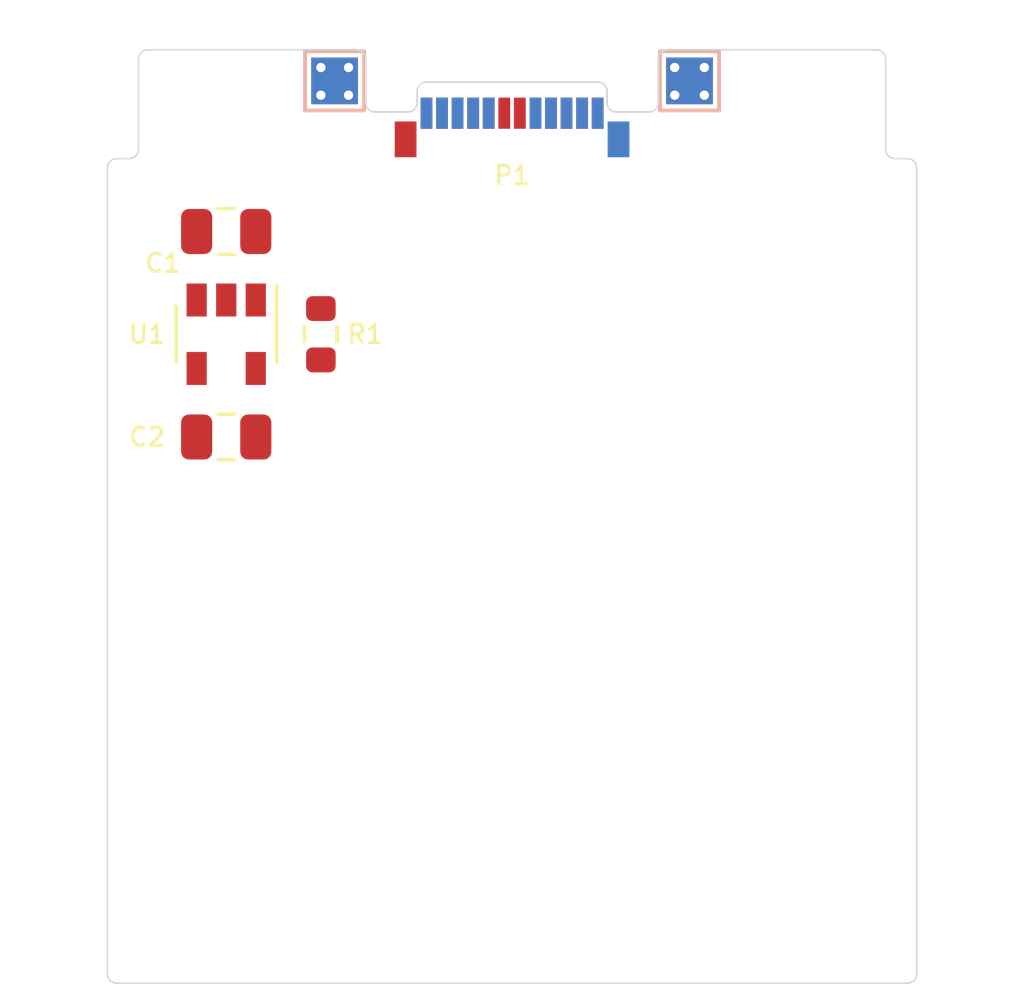
<source format=kicad_pcb>
(kicad_pcb (version 20211014) (generator pcbnew)
  (title_block (title "Expansion Card Template") (rev "X1") (company "Framework") (comment 1 "This work is licensed under a Creative Commons Attribution 4.0 International License") (comment 4 "https://frame.work"))
  (layers (0 "F.Cu" signal) (31 "B.Cu" signal) (34 "B.Paste" user) (35 "F.Paste" user) (36 "B.SilkS" user "B.Silkscreen") (37 "F.SilkS" user "F.Silkscreen") (38 "B.Mask" user) (39 "F.Mask" user) (44 "Edge.Cuts" user))
  (net 0 "")
  (net 1 "GND")
  (net 2 "+3V3")
  (net 3 "VBUS")
  (net 4 "Net-(P1-PadA5)")
  (footprint "Package_TO_SOT_SMD:SOT-23-5" (layer "F.Cu") (at 130.818 136.144 -90)
    (fp_text reference "U1" (at 0 2.54 180) (layer "F.SilkS") (effects (font (size 0.5842 0.5842) (thickness 0.1016))))
    (fp_text value "AP2112K-3.3")
    (fp_line (start -0.9 1.61) (end 0.9 1.61) (layer "F.SilkS") (width 0.12))
    (fp_line (start 0.9 -1.61) (end -1.55 -1.61) (layer "F.SilkS") (width 0.12))
    (pad "1" smd rect locked (at -1.1 -0.95 270) (size 1.06 0.65) (layers "F.Cu" "F.Paste" "F.Mask") (net 3 "VBUS"))
    (pad "2" smd rect locked (at -1.1 0 270) (size 1.06 0.65) (layers "F.Cu" "F.Paste" "F.Mask") (net 1 "GND"))
    (pad "3" smd rect locked (at -1.1 0.95 270) (size 1.06 0.65) (layers "F.Cu" "F.Paste" "F.Mask") (net 3 "VBUS"))
    (pad "4" smd rect locked (at 1.1 0.95 270) (size 1.06 0.65) (layers "F.Cu" "F.Paste" "F.Mask"))
    (pad "5" smd rect locked (at 1.1 -0.95 270) (size 1.06 0.65) (layers "F.Cu" "F.Paste" "F.Mask") (net 2 "+3V3"))
  )
  (footprint "Capacitor_SMD:C_0805_2012Metric" (layer "F.Cu") (at 130.818 132.842 180)
    (fp_text reference "C1" (at 2.032 -1.016) (layer "F.SilkS") (effects (font (size 0.5842 0.5842) (thickness 0.1016))))
    (fp_text value "10uF")
    (fp_line (start -0.261252 0.735) (end 0.261252 0.735) (layer "F.SilkS") (width 0.12))
    (fp_line (start -0.261252 -0.735) (end 0.261252 -0.735) (layer "F.SilkS") (width 0.12))
    (pad "1" smd roundrect locked (at -0.95 0 180) (size 1 1.45) (layers "F.Cu" "F.Paste" "F.Mask") (net 3 "VBUS"))
    (pad "2" smd roundrect locked (at 0.95 0 180) (size 1 1.45) (layers "F.Cu" "F.Paste" "F.Mask") (net 1 "GND"))
  )
  (footprint "Resistor_SMD:R_0603_1608Metric" (layer "F.Cu") (at 133.858 136.144 -90)
    (fp_text reference "R1" (at 0 -1.43 180) (layer "F.SilkS") (effects (font (size 0.5842 0.5842) (thickness 0.1016))))
    (fp_text value "5.1k")
    (fp_line (start -0.237258 -0.5225) (end 0.237258 -0.5225) (layer "F.SilkS") (width 0.12))
    (fp_line (start -0.237258 0.5225) (end 0.237258 0.5225) (layer "F.SilkS") (width 0.12))
    (pad "1" smd roundrect locked (at -0.825 0 270) (size 0.8 0.95) (layers "F.Cu" "F.Paste" "F.Mask") (net 4 "Net-(P1-PadA5)"))
    (pad "2" smd roundrect locked (at 0.825 0 270) (size 0.8 0.95) (layers "F.Cu" "F.Paste" "F.Mask") (net 1 "GND"))
  )
  (footprint "Expansion_Card:USB_C_Plug_Molex_105444" (layer "F.Cu") (at 140 129)
    (fp_text reference "P1" (at 0 2.04) (layer "F.SilkS") (effects (font (size 0.5842 0.5842) (thickness 0.1016))))
    (fp_text value "USB_C_Plug_USB2.0")
    (fp_line (start -3.35 0) (end -4.3 0) (layer "Edge.Cuts") (width 0.05))
    (fp_line (start 3.05 -0.66) (end 3.05 -0.3) (layer "Edge.Cuts") (width 0.05))
    (fp_line (start -3.05 -0.66) (end -3.05 -0.3) (layer "Edge.Cuts") (width 0.05))
    (fp_line (start 3.35 0) (end 4.3 0) (layer "Edge.Cuts") (width 0.05))
    (fp_line (start -2.75 -0.96) (end 2.75 -0.96) (layer "Edge.Cuts") (width 0.05))
    (fp_arc (start -3.05 -0.66) (mid -2.962132 -0.872132) (end -2.75 -0.96) (layer "Edge.Cuts") (width 0.05))
    (fp_arc (start -3.05 -0.3) (mid -3.137868 -0.087868) (end -3.35 0) (layer "Edge.Cuts") (width 0.05))
    (fp_arc (start 3.35 0) (mid 3.137868 -0.087868) (end 3.05 -0.3) (layer "Edge.Cuts") (width 0.05))
    (fp_arc (start 2.75 -0.96) (mid 2.962132 -0.872132) (end 3.05 -0.66) (layer "Edge.Cuts") (width 0.05))
    (pad "A1" smd rect locked (at -2.75 0.04) (size 0.38 1) (layers "F.Cu" "F.Paste" "F.Mask") (net 1 "GND"))
    (pad "A2" smd rect locked (at -2.25 0.04) (size 0.38 1) (layers "F.Cu" "F.Paste" "F.Mask"))
    (pad "A3" smd rect locked (at -1.75 0.04) (size 0.38 1) (layers "F.Cu" "F.Paste" "F.Mask"))
    (pad "A4" smd rect locked (at -1.25 0.04) (size 0.38 1) (layers "F.Cu" "F.Paste" "F.Mask") (net 3 "VBUS"))
    (pad "A5" smd rect locked (at -0.75 0.04) (size 0.38 1) (layers "F.Cu" "F.Paste" "F.Mask") (net 4 "Net-(P1-PadA5)"))
    (pad "A6" smd rect locked (at -0.25 0.04) (size 0.38 1) (layers "F.Cu" "F.Paste" "F.Mask"))
    (pad "A7" smd rect locked (at 0.25 0.04) (size 0.38 1) (layers "F.Cu" "F.Paste" "F.Mask"))
    (pad "A8" smd rect locked (at 0.75 0.04) (size 0.38 1) (layers "F.Cu" "F.Paste" "F.Mask"))
    (pad "A9" smd rect locked (at 1.25 0.04) (size 0.38 1) (layers "F.Cu" "F.Paste" "F.Mask") (net 3 "VBUS"))
    (pad "A10" smd rect locked (at 1.75 0.04) (size 0.38 1) (layers "F.Cu" "F.Paste" "F.Mask"))
    (pad "A11" smd rect locked (at 2.25 0.04) (size 0.38 1) (layers "F.Cu" "F.Paste" "F.Mask"))
    (pad "A12" smd rect locked (at 2.75 0.04) (size 0.38 1) (layers "F.Cu" "F.Paste" "F.Mask") (net 1 "GND"))
    (pad "B1" smd rect locked (at 2.75 0.04) (size 0.38 1) (layers "B.Cu" "B.Paste" "B.Mask") (net 1 "GND"))
    (pad "B2" smd rect locked (at 2.25 0.04) (size 0.38 1) (layers "B.Cu" "B.Paste" "B.Mask"))
    (pad "B3" smd rect locked (at 1.75 0.04) (size 0.38 1) (layers "B.Cu" "B.Paste" "B.Mask"))
    (pad "B4" smd rect locked (at 1.25 0.04) (size 0.38 1) (layers "B.Cu" "B.Paste" "B.Mask") (net 3 "VBUS"))
    (pad "B5" smd rect locked (at 0.75 0.04) (size 0.38 1) (layers "B.Cu" "B.Paste" "B.Mask"))
    (pad "B8" smd rect locked (at -0.75 0.04) (size 0.38 1) (layers "B.Cu" "B.Paste" "B.Mask"))
    (pad "B9" smd rect locked (at -1.25 0.04) (size 0.38 1) (layers "B.Cu" "B.Paste" "B.Mask") (net 3 "VBUS"))
    (pad "B10" smd rect locked (at -1.75 0.04) (size 0.38 1) (layers "B.Cu" "B.Paste" "B.Mask"))
    (pad "B11" smd rect locked (at -2.25 0.04) (size 0.38 1) (layers "B.Cu" "B.Paste" "B.Mask"))
    (pad "B12" smd rect locked (at -2.75 0.04) (size 0.38 1) (layers "B.Cu" "B.Paste" "B.Mask") (net 1 "GND"))
    (pad "S1" smd rect locked (at -3.42 0.88) (size 0.7 1.15) (layers "F.Cu" "F.Paste" "F.Mask") (net 1 "GND"))
    (pad "S1" smd rect locked (at 3.42 0.88) (size 0.7 1.15) (layers "B.Cu" "B.Paste" "B.Mask") (net 1 "GND"))
  )
  (footprint "Capacitor_SMD:C_0805_2012Metric" (layer "F.Cu") (at 130.818 139.446 180)
    (fp_text reference "C2" (at 2.54 0) (layer "F.SilkS") (effects (font (size 0.5842 0.5842) (thickness 0.1016))))
    (fp_text value "10uF")
    (fp_line (start -0.261252 -0.735) (end 0.261252 -0.735) (layer "F.SilkS") (width 0.12))
    (fp_line (start -0.261252 0.735) (end 0.261252 0.735) (layer "F.SilkS") (width 0.12))
    (pad "1" smd roundrect locked (at -0.95 0 180) (size 1 1.45) (layers "F.Cu" "F.Paste" "F.Mask") (net 2 "+3V3"))
    (pad "2" smd roundrect locked (at 0.95 0 180) (size 1 1.45) (layers "F.Cu" "F.Paste" "F.Mask") (net 1 "GND"))
  )
  (footprint "MountingHole:MountingHole_2.2mm_M2" (layer "F.Cu") (at 128.7 146.5)
    (fp_text reference "H1" hide)
    (fp_text value "MountingHole")
    (pad "" np_thru_hole circle locked (at 0 0) (size 2.2 2.2) (drill 2.2) (layers *.Cu *.Mask))
  )
  (footprint "MountingHole:MountingHole_2.2mm_M2" (layer "F.Cu") (at 151.3 146.5)
    (fp_text reference "H2" hide)
    (fp_text value "MountingHole")
    (pad "" np_thru_hole circle locked (at 0 0) (size 2.2 2.2) (drill 2.2) (layers *.Cu *.Mask))
  )
  (footprint "TestPoint:TestPoint_Pad_1.5x1.5mm" (layer "F.Cu") (at 134.3 128)
    (fp_text reference "TP1" hide)
    (fp_text value "TestPoint")
    (fp_line (start 0.95 0.95) (end -0.95 0.95) (layer "F.SilkS") (width 0.12))
    (fp_line (start -0.95 0.95) (end -0.95 -0.95) (layer "F.SilkS") (width 0.12))
    (fp_line (start -0.95 -0.95) (end 0.95 -0.95) (layer "F.SilkS") (width 0.12))
    (fp_line (start 0.95 -0.95) (end 0.95 0.95) (layer "F.SilkS") (width 0.12))
    (pad "1" smd rect locked (at 0 0) (size 1.5 1.5) (layers "F.Cu" "F.Mask") (net 1 "GND"))
  )
  (footprint "TestPoint:TestPoint_Pad_1.5x1.5mm" (layer "F.Cu") (at 145.7 128)
    (fp_text reference "TP3" hide)
    (fp_text value "TestPoint")
    (fp_line (start 0.95 0.95) (end -0.95 0.95) (layer "F.SilkS") (width 0.12))
    (fp_line (start -0.95 -0.95) (end 0.95 -0.95) (layer "F.SilkS") (width 0.12))
    (fp_line (start 0.95 -0.95) (end 0.95 0.95) (layer "F.SilkS") (width 0.12))
    (fp_line (start -0.95 0.95) (end -0.95 -0.95) (layer "F.SilkS") (width 0.12))
    (pad "1" smd rect locked (at 0 0) (size 1.5 1.5) (layers "F.Cu" "F.Mask") (net 1 "GND"))
  )
  (footprint "TestPoint:TestPoint_Pad_1.5x1.5mm" (layer "B.Cu") (at 134.3 128)
    (fp_text reference "TP2" hide)
    (fp_text value "TestPoint")
    (fp_line (start -0.95 -0.95) (end -0.95 0.95) (layer "B.SilkS") (width 0.12))
    (fp_line (start -0.95 0.95) (end 0.95 0.95) (layer "B.SilkS") (width 0.12))
    (fp_line (start 0.95 -0.95) (end -0.95 -0.95) (layer "B.SilkS") (width 0.12))
    (fp_line (start 0.95 0.95) (end 0.95 -0.95) (layer "B.SilkS") (width 0.12))
    (pad "1" smd rect locked (at 0 0) (size 1.5 1.5) (layers "B.Cu" "B.Mask") (net 1 "GND"))
  )
  (footprint "TestPoint:TestPoint_Pad_1.5x1.5mm" (layer "B.Cu") (at 145.7 128)
    (fp_text reference "TP4" hide)
    (fp_text value "TestPoint")
    (fp_line (start -0.95 0.95) (end 0.95 0.95) (layer "B.SilkS") (width 0.12))
    (fp_line (start -0.95 -0.95) (end -0.95 0.95) (layer "B.SilkS") (width 0.12))
    (fp_line (start 0.95 0.95) (end 0.95 -0.95) (layer "B.SilkS") (width 0.12))
    (fp_line (start 0.95 -0.95) (end -0.95 -0.95) (layer "B.SilkS") (width 0.12))
    (pad "1" smd rect locked (at 0 0) (size 1.5 1.5) (layers "B.Cu" "B.Mask") (net 1 "GND"))
  )
  (gr_line (start 153 130.8) (end 153 156.7) (layer "Edge.Cuts") (width 0.05))
  (gr_line (start 127.3 157) (end 152.7 157) (layer "Edge.Cuts") (width 0.05))
  (gr_arc (start 144.7 128.7) (mid 144.612132 128.912132) (end 144.4 129) (layer "Edge.Cuts") (width 0.05))
  (gr_arc (start 135 127) (mid 135.212132 127.087868) (end 135.3 127.3) (layer "Edge.Cuts") (width 0.05))
  (gr_line (start 144.7 128.7) (end 144.7 127.3) (layer "Edge.Cuts") (width 0.05))
  (gr_arc (start 144.7 127.3) (mid 144.787868 127.087868) (end 145 127) (layer "Edge.Cuts") (width 0.05))
  (gr_line (start 135 127) (end 128.3 127) (layer "Edge.Cuts") (width 0.05))
  (gr_line (start 145 127) (end 151.7 127) (layer "Edge.Cuts") (width 0.05))
  (gr_arc (start 127.3 157) (mid 127.087868 156.912132) (end 127 156.7) (layer "Edge.Cuts") (width 0.05))
  (gr_line (start 144.3 129) (end 144.4 129) (layer "Edge.Cuts") (width 0.05))
  (gr_arc (start 128 127.3) (mid 128.087868 127.087868) (end 128.3 127) (layer "Edge.Cuts") (width 0.05))
  (gr_line (start 128 130.2) (end 128 127.3) (layer "Edge.Cuts") (width 0.05))
  (gr_arc (start 128 130.2) (mid 127.912132 130.412132) (end 127.7 130.5) (layer "Edge.Cuts") (width 0.05))
  (gr_arc (start 127 130.8) (mid 127.087868 130.587868) (end 127.3 130.5) (layer "Edge.Cuts") (width 0.05))
  (gr_line (start 127.3 130.5) (end 127.7 130.5) (layer "Edge.Cuts") (width 0.05))
  (gr_line (start 152 130.2) (end 152 127.3) (layer "Edge.Cuts") (width 0.05))
  (gr_arc (start 152.7 130.5) (mid 152.912132 130.587868) (end 153 130.8) (layer "Edge.Cuts") (width 0.05))
  (gr_arc (start 152.3 130.5) (mid 152.087868 130.412132) (end 152 130.2) (layer "Edge.Cuts") (width 0.05))
  (gr_line (start 152.3 130.5) (end 152.7 130.5) (layer "Edge.Cuts") (width 0.05))
  (gr_line (start 127 130.8) (end 127 156.7) (layer "Edge.Cuts") (width 0.05))
  (gr_arc (start 153 156.7) (mid 152.912132 156.912132) (end 152.7 157) (layer "Edge.Cuts") (width 0.05))
  (gr_line (start 135.3 128.7) (end 135.3 127.3) (layer "Edge.Cuts") (width 0.05))
  (gr_line (start 135.6 129) (end 135.7 129) (layer "Edge.Cuts") (width 0.05))
  (gr_arc (start 151.7 127) (mid 151.912132 127.087868) (end 152 127.3) (layer "Edge.Cuts") (width 0.05))
  (gr_arc (start 135.6 129) (mid 135.387868 128.912132) (end 135.3 128.7) (layer "Edge.Cuts") (width 0.05))
  (via (at 133.858 127.5715) (size 0.5) (drill 0.3) (layers "F.Cu" "B.Cu") (net 1))
  (via (at 133.858 128.4605) (size 0.5) (drill 0.3) (layers "F.Cu" "B.Cu") (net 1))
  (via (at 146.177 127.5715) (size 0.5) (drill 0.3) (layers "F.Cu" "B.Cu") (net 1))
  (via (at 146.177 128.4605) (size 0.5) (drill 0.3) (layers "F.Cu" "B.Cu") (net 1))
  (via (at 145.2245 127.5715) (size 0.5) (drill 0.3) (layers "F.Cu" "B.Cu") (net 1))
  (via (at 145.2245 128.4605) (size 0.5) (drill 0.3) (layers "F.Cu" "B.Cu") (net 1))
  (via (at 134.747 127.5715) (size 0.5) (drill 0.3) (layers "F.Cu" "B.Cu") (net 1))
  (via (at 134.747 128.4605) (size 0.5) (drill 0.3) (layers "F.Cu" "B.Cu") (net 1))
)
</source>
